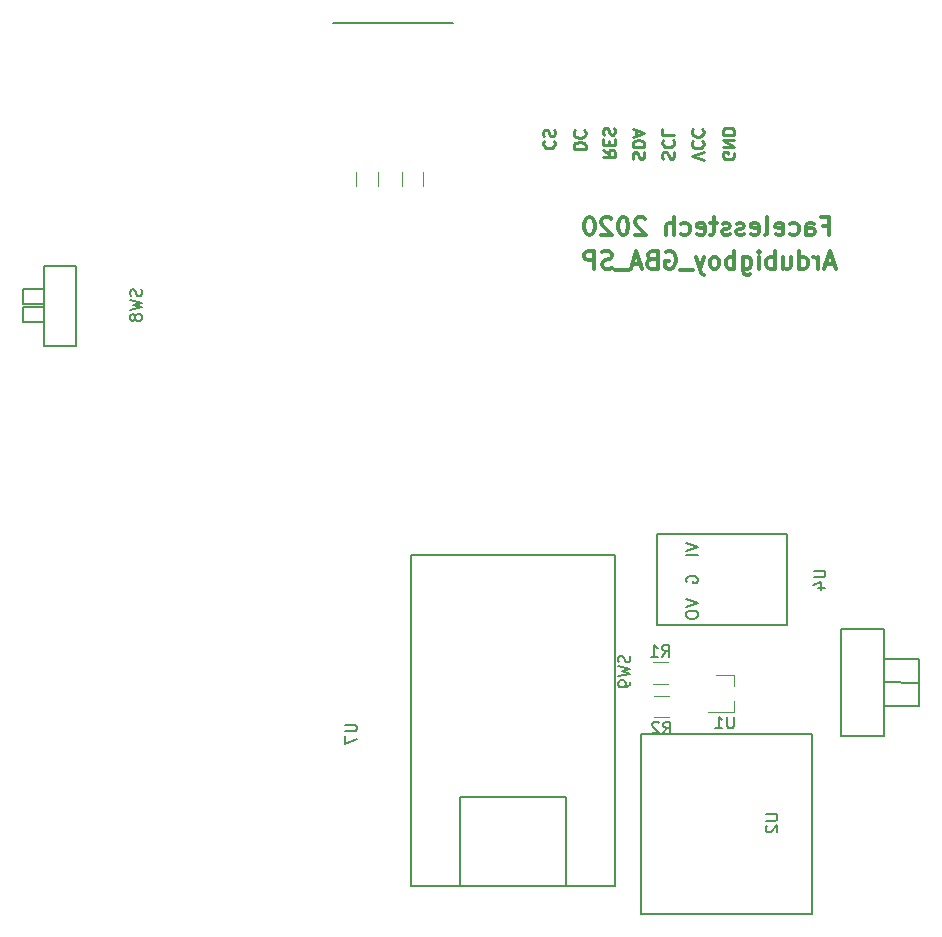
<source format=gbr>
G04 #@! TF.GenerationSoftware,KiCad,Pcbnew,5.0.2+dfsg1-1~bpo9+1*
G04 #@! TF.CreationDate,2021-01-26T10:03:55+00:00*
G04 #@! TF.ProjectId,ardubigboy,61726475-6269-4676-926f-792e6b696361,rev?*
G04 #@! TF.SameCoordinates,Original*
G04 #@! TF.FileFunction,Legend,Bot*
G04 #@! TF.FilePolarity,Positive*
%FSLAX46Y46*%
G04 Gerber Fmt 4.6, Leading zero omitted, Abs format (unit mm)*
G04 Created by KiCad (PCBNEW 5.0.2+dfsg1-1~bpo9+1) date Tue 26 Jan 2021 10:03:55 GMT*
%MOMM*%
%LPD*%
G01*
G04 APERTURE LIST*
%ADD10C,0.250000*%
%ADD11C,0.300000*%
%ADD12C,0.150000*%
%ADD13C,0.120000*%
G04 APERTURE END LIST*
D10*
X114430000Y-58921904D02*
X114477619Y-59017142D01*
X114477619Y-59160000D01*
X114430000Y-59302857D01*
X114334761Y-59398095D01*
X114239523Y-59445714D01*
X114049047Y-59493333D01*
X113906190Y-59493333D01*
X113715714Y-59445714D01*
X113620476Y-59398095D01*
X113525238Y-59302857D01*
X113477619Y-59160000D01*
X113477619Y-59064761D01*
X113525238Y-58921904D01*
X113572857Y-58874285D01*
X113906190Y-58874285D01*
X113906190Y-59064761D01*
X113477619Y-58445714D02*
X114477619Y-58445714D01*
X113477619Y-57874285D01*
X114477619Y-57874285D01*
X113477619Y-57398095D02*
X114477619Y-57398095D01*
X114477619Y-57160000D01*
X114430000Y-57017142D01*
X114334761Y-56921904D01*
X114239523Y-56874285D01*
X114049047Y-56826666D01*
X113906190Y-56826666D01*
X113715714Y-56874285D01*
X113620476Y-56921904D01*
X113525238Y-57017142D01*
X113477619Y-57160000D01*
X113477619Y-57398095D01*
X111867619Y-59523333D02*
X110867619Y-59190000D01*
X111867619Y-58856666D01*
X110962857Y-57951904D02*
X110915238Y-57999523D01*
X110867619Y-58142380D01*
X110867619Y-58237619D01*
X110915238Y-58380476D01*
X111010476Y-58475714D01*
X111105714Y-58523333D01*
X111296190Y-58570952D01*
X111439047Y-58570952D01*
X111629523Y-58523333D01*
X111724761Y-58475714D01*
X111820000Y-58380476D01*
X111867619Y-58237619D01*
X111867619Y-58142380D01*
X111820000Y-57999523D01*
X111772380Y-57951904D01*
X110962857Y-56951904D02*
X110915238Y-56999523D01*
X110867619Y-57142380D01*
X110867619Y-57237619D01*
X110915238Y-57380476D01*
X111010476Y-57475714D01*
X111105714Y-57523333D01*
X111296190Y-57570952D01*
X111439047Y-57570952D01*
X111629523Y-57523333D01*
X111724761Y-57475714D01*
X111820000Y-57380476D01*
X111867619Y-57237619D01*
X111867619Y-57142380D01*
X111820000Y-56999523D01*
X111772380Y-56951904D01*
X108425238Y-59430476D02*
X108377619Y-59287619D01*
X108377619Y-59049523D01*
X108425238Y-58954285D01*
X108472857Y-58906666D01*
X108568095Y-58859047D01*
X108663333Y-58859047D01*
X108758571Y-58906666D01*
X108806190Y-58954285D01*
X108853809Y-59049523D01*
X108901428Y-59240000D01*
X108949047Y-59335238D01*
X108996666Y-59382857D01*
X109091904Y-59430476D01*
X109187142Y-59430476D01*
X109282380Y-59382857D01*
X109330000Y-59335238D01*
X109377619Y-59240000D01*
X109377619Y-59001904D01*
X109330000Y-58859047D01*
X108472857Y-57859047D02*
X108425238Y-57906666D01*
X108377619Y-58049523D01*
X108377619Y-58144761D01*
X108425238Y-58287619D01*
X108520476Y-58382857D01*
X108615714Y-58430476D01*
X108806190Y-58478095D01*
X108949047Y-58478095D01*
X109139523Y-58430476D01*
X109234761Y-58382857D01*
X109330000Y-58287619D01*
X109377619Y-58144761D01*
X109377619Y-58049523D01*
X109330000Y-57906666D01*
X109282380Y-57859047D01*
X108377619Y-56954285D02*
X108377619Y-57430476D01*
X109377619Y-57430476D01*
X105905238Y-59454285D02*
X105857619Y-59311428D01*
X105857619Y-59073333D01*
X105905238Y-58978095D01*
X105952857Y-58930476D01*
X106048095Y-58882857D01*
X106143333Y-58882857D01*
X106238571Y-58930476D01*
X106286190Y-58978095D01*
X106333809Y-59073333D01*
X106381428Y-59263809D01*
X106429047Y-59359047D01*
X106476666Y-59406666D01*
X106571904Y-59454285D01*
X106667142Y-59454285D01*
X106762380Y-59406666D01*
X106810000Y-59359047D01*
X106857619Y-59263809D01*
X106857619Y-59025714D01*
X106810000Y-58882857D01*
X105857619Y-58454285D02*
X106857619Y-58454285D01*
X106857619Y-58216190D01*
X106810000Y-58073333D01*
X106714761Y-57978095D01*
X106619523Y-57930476D01*
X106429047Y-57882857D01*
X106286190Y-57882857D01*
X106095714Y-57930476D01*
X106000476Y-57978095D01*
X105905238Y-58073333D01*
X105857619Y-58216190D01*
X105857619Y-58454285D01*
X106143333Y-57501904D02*
X106143333Y-57025714D01*
X105857619Y-57597142D02*
X106857619Y-57263809D01*
X105857619Y-56930476D01*
X103367619Y-58699047D02*
X103843809Y-59032380D01*
X103367619Y-59270476D02*
X104367619Y-59270476D01*
X104367619Y-58889523D01*
X104320000Y-58794285D01*
X104272380Y-58746666D01*
X104177142Y-58699047D01*
X104034285Y-58699047D01*
X103939047Y-58746666D01*
X103891428Y-58794285D01*
X103843809Y-58889523D01*
X103843809Y-59270476D01*
X103891428Y-58270476D02*
X103891428Y-57937142D01*
X103367619Y-57794285D02*
X103367619Y-58270476D01*
X104367619Y-58270476D01*
X104367619Y-57794285D01*
X103415238Y-57413333D02*
X103367619Y-57270476D01*
X103367619Y-57032380D01*
X103415238Y-56937142D01*
X103462857Y-56889523D01*
X103558095Y-56841904D01*
X103653333Y-56841904D01*
X103748571Y-56889523D01*
X103796190Y-56937142D01*
X103843809Y-57032380D01*
X103891428Y-57222857D01*
X103939047Y-57318095D01*
X103986666Y-57365714D01*
X104081904Y-57413333D01*
X104177142Y-57413333D01*
X104272380Y-57365714D01*
X104320000Y-57318095D01*
X104367619Y-57222857D01*
X104367619Y-56984761D01*
X104320000Y-56841904D01*
X100877619Y-58611904D02*
X101877619Y-58611904D01*
X101877619Y-58373809D01*
X101830000Y-58230952D01*
X101734761Y-58135714D01*
X101639523Y-58088095D01*
X101449047Y-58040476D01*
X101306190Y-58040476D01*
X101115714Y-58088095D01*
X101020476Y-58135714D01*
X100925238Y-58230952D01*
X100877619Y-58373809D01*
X100877619Y-58611904D01*
X100972857Y-57040476D02*
X100925238Y-57088095D01*
X100877619Y-57230952D01*
X100877619Y-57326190D01*
X100925238Y-57469047D01*
X101020476Y-57564285D01*
X101115714Y-57611904D01*
X101306190Y-57659523D01*
X101449047Y-57659523D01*
X101639523Y-57611904D01*
X101734761Y-57564285D01*
X101830000Y-57469047D01*
X101877619Y-57326190D01*
X101877619Y-57230952D01*
X101830000Y-57088095D01*
X101782380Y-57040476D01*
X98382857Y-57936666D02*
X98335238Y-57984285D01*
X98287619Y-58127142D01*
X98287619Y-58222380D01*
X98335238Y-58365238D01*
X98430476Y-58460476D01*
X98525714Y-58508095D01*
X98716190Y-58555714D01*
X98859047Y-58555714D01*
X99049523Y-58508095D01*
X99144761Y-58460476D01*
X99240000Y-58365238D01*
X99287619Y-58222380D01*
X99287619Y-58127142D01*
X99240000Y-57984285D01*
X99192380Y-57936666D01*
X98335238Y-57555714D02*
X98287619Y-57412857D01*
X98287619Y-57174761D01*
X98335238Y-57079523D01*
X98382857Y-57031904D01*
X98478095Y-56984285D01*
X98573333Y-56984285D01*
X98668571Y-57031904D01*
X98716190Y-57079523D01*
X98763809Y-57174761D01*
X98811428Y-57365238D01*
X98859047Y-57460476D01*
X98906666Y-57508095D01*
X99001904Y-57555714D01*
X99097142Y-57555714D01*
X99192380Y-57508095D01*
X99240000Y-57460476D01*
X99287619Y-57365238D01*
X99287619Y-57127142D01*
X99240000Y-56984285D01*
D11*
X122901428Y-68320000D02*
X122187142Y-68320000D01*
X123044285Y-68748571D02*
X122544285Y-67248571D01*
X122044285Y-68748571D01*
X121544285Y-68748571D02*
X121544285Y-67748571D01*
X121544285Y-68034285D02*
X121472857Y-67891428D01*
X121401428Y-67820000D01*
X121258571Y-67748571D01*
X121115714Y-67748571D01*
X119972857Y-68748571D02*
X119972857Y-67248571D01*
X119972857Y-68677142D02*
X120115714Y-68748571D01*
X120401428Y-68748571D01*
X120544285Y-68677142D01*
X120615714Y-68605714D01*
X120687142Y-68462857D01*
X120687142Y-68034285D01*
X120615714Y-67891428D01*
X120544285Y-67820000D01*
X120401428Y-67748571D01*
X120115714Y-67748571D01*
X119972857Y-67820000D01*
X118615714Y-67748571D02*
X118615714Y-68748571D01*
X119258571Y-67748571D02*
X119258571Y-68534285D01*
X119187142Y-68677142D01*
X119044285Y-68748571D01*
X118829999Y-68748571D01*
X118687142Y-68677142D01*
X118615714Y-68605714D01*
X117901428Y-68748571D02*
X117901428Y-67248571D01*
X117901428Y-67820000D02*
X117758571Y-67748571D01*
X117472857Y-67748571D01*
X117329999Y-67820000D01*
X117258571Y-67891428D01*
X117187142Y-68034285D01*
X117187142Y-68462857D01*
X117258571Y-68605714D01*
X117329999Y-68677142D01*
X117472857Y-68748571D01*
X117758571Y-68748571D01*
X117901428Y-68677142D01*
X116544285Y-68748571D02*
X116544285Y-67748571D01*
X116544285Y-67248571D02*
X116615714Y-67320000D01*
X116544285Y-67391428D01*
X116472857Y-67320000D01*
X116544285Y-67248571D01*
X116544285Y-67391428D01*
X115187142Y-67748571D02*
X115187142Y-68962857D01*
X115258571Y-69105714D01*
X115329999Y-69177142D01*
X115472857Y-69248571D01*
X115687142Y-69248571D01*
X115829999Y-69177142D01*
X115187142Y-68677142D02*
X115329999Y-68748571D01*
X115615714Y-68748571D01*
X115758571Y-68677142D01*
X115829999Y-68605714D01*
X115901428Y-68462857D01*
X115901428Y-68034285D01*
X115829999Y-67891428D01*
X115758571Y-67820000D01*
X115615714Y-67748571D01*
X115329999Y-67748571D01*
X115187142Y-67820000D01*
X114472857Y-68748571D02*
X114472857Y-67248571D01*
X114472857Y-67820000D02*
X114329999Y-67748571D01*
X114044285Y-67748571D01*
X113901428Y-67820000D01*
X113829999Y-67891428D01*
X113758571Y-68034285D01*
X113758571Y-68462857D01*
X113829999Y-68605714D01*
X113901428Y-68677142D01*
X114044285Y-68748571D01*
X114329999Y-68748571D01*
X114472857Y-68677142D01*
X112901428Y-68748571D02*
X113044285Y-68677142D01*
X113115714Y-68605714D01*
X113187142Y-68462857D01*
X113187142Y-68034285D01*
X113115714Y-67891428D01*
X113044285Y-67820000D01*
X112901428Y-67748571D01*
X112687142Y-67748571D01*
X112544285Y-67820000D01*
X112472857Y-67891428D01*
X112401428Y-68034285D01*
X112401428Y-68462857D01*
X112472857Y-68605714D01*
X112544285Y-68677142D01*
X112687142Y-68748571D01*
X112901428Y-68748571D01*
X111901428Y-67748571D02*
X111544285Y-68748571D01*
X111187142Y-67748571D02*
X111544285Y-68748571D01*
X111687142Y-69105714D01*
X111758571Y-69177142D01*
X111901428Y-69248571D01*
X110972857Y-68891428D02*
X109829999Y-68891428D01*
X108687142Y-67320000D02*
X108829999Y-67248571D01*
X109044285Y-67248571D01*
X109258571Y-67320000D01*
X109401428Y-67462857D01*
X109472857Y-67605714D01*
X109544285Y-67891428D01*
X109544285Y-68105714D01*
X109472857Y-68391428D01*
X109401428Y-68534285D01*
X109258571Y-68677142D01*
X109044285Y-68748571D01*
X108901428Y-68748571D01*
X108687142Y-68677142D01*
X108615714Y-68605714D01*
X108615714Y-68105714D01*
X108901428Y-68105714D01*
X107472857Y-67962857D02*
X107258571Y-68034285D01*
X107187142Y-68105714D01*
X107115714Y-68248571D01*
X107115714Y-68462857D01*
X107187142Y-68605714D01*
X107258571Y-68677142D01*
X107401428Y-68748571D01*
X107972857Y-68748571D01*
X107972857Y-67248571D01*
X107472857Y-67248571D01*
X107329999Y-67320000D01*
X107258571Y-67391428D01*
X107187142Y-67534285D01*
X107187142Y-67677142D01*
X107258571Y-67820000D01*
X107329999Y-67891428D01*
X107472857Y-67962857D01*
X107972857Y-67962857D01*
X106544285Y-68320000D02*
X105829999Y-68320000D01*
X106687142Y-68748571D02*
X106187142Y-67248571D01*
X105687142Y-68748571D01*
X105544285Y-68891428D02*
X104401428Y-68891428D01*
X104115714Y-68677142D02*
X103901428Y-68748571D01*
X103544285Y-68748571D01*
X103401428Y-68677142D01*
X103329999Y-68605714D01*
X103258571Y-68462857D01*
X103258571Y-68320000D01*
X103329999Y-68177142D01*
X103401428Y-68105714D01*
X103544285Y-68034285D01*
X103829999Y-67962857D01*
X103972857Y-67891428D01*
X104044285Y-67820000D01*
X104115714Y-67677142D01*
X104115714Y-67534285D01*
X104044285Y-67391428D01*
X103972857Y-67320000D01*
X103829999Y-67248571D01*
X103472857Y-67248571D01*
X103258571Y-67320000D01*
X102615714Y-68748571D02*
X102615714Y-67248571D01*
X102044285Y-67248571D01*
X101901428Y-67320000D01*
X101829999Y-67391428D01*
X101758571Y-67534285D01*
X101758571Y-67748571D01*
X101829999Y-67891428D01*
X101901428Y-67962857D01*
X102044285Y-68034285D01*
X102615714Y-68034285D01*
X121991428Y-65102857D02*
X122491428Y-65102857D01*
X122491428Y-65888571D02*
X122491428Y-64388571D01*
X121777142Y-64388571D01*
X120562857Y-65888571D02*
X120562857Y-65102857D01*
X120634285Y-64960000D01*
X120777142Y-64888571D01*
X121062857Y-64888571D01*
X121205714Y-64960000D01*
X120562857Y-65817142D02*
X120705714Y-65888571D01*
X121062857Y-65888571D01*
X121205714Y-65817142D01*
X121277142Y-65674285D01*
X121277142Y-65531428D01*
X121205714Y-65388571D01*
X121062857Y-65317142D01*
X120705714Y-65317142D01*
X120562857Y-65245714D01*
X119205714Y-65817142D02*
X119348571Y-65888571D01*
X119634285Y-65888571D01*
X119777142Y-65817142D01*
X119848571Y-65745714D01*
X119919999Y-65602857D01*
X119919999Y-65174285D01*
X119848571Y-65031428D01*
X119777142Y-64960000D01*
X119634285Y-64888571D01*
X119348571Y-64888571D01*
X119205714Y-64960000D01*
X117991428Y-65817142D02*
X118134285Y-65888571D01*
X118419999Y-65888571D01*
X118562857Y-65817142D01*
X118634285Y-65674285D01*
X118634285Y-65102857D01*
X118562857Y-64960000D01*
X118419999Y-64888571D01*
X118134285Y-64888571D01*
X117991428Y-64960000D01*
X117919999Y-65102857D01*
X117919999Y-65245714D01*
X118634285Y-65388571D01*
X117062857Y-65888571D02*
X117205714Y-65817142D01*
X117277142Y-65674285D01*
X117277142Y-64388571D01*
X115919999Y-65817142D02*
X116062857Y-65888571D01*
X116348571Y-65888571D01*
X116491428Y-65817142D01*
X116562857Y-65674285D01*
X116562857Y-65102857D01*
X116491428Y-64960000D01*
X116348571Y-64888571D01*
X116062857Y-64888571D01*
X115919999Y-64960000D01*
X115848571Y-65102857D01*
X115848571Y-65245714D01*
X116562857Y-65388571D01*
X115277142Y-65817142D02*
X115134285Y-65888571D01*
X114848571Y-65888571D01*
X114705714Y-65817142D01*
X114634285Y-65674285D01*
X114634285Y-65602857D01*
X114705714Y-65460000D01*
X114848571Y-65388571D01*
X115062857Y-65388571D01*
X115205714Y-65317142D01*
X115277142Y-65174285D01*
X115277142Y-65102857D01*
X115205714Y-64960000D01*
X115062857Y-64888571D01*
X114848571Y-64888571D01*
X114705714Y-64960000D01*
X114062857Y-65817142D02*
X113919999Y-65888571D01*
X113634285Y-65888571D01*
X113491428Y-65817142D01*
X113419999Y-65674285D01*
X113419999Y-65602857D01*
X113491428Y-65460000D01*
X113634285Y-65388571D01*
X113848571Y-65388571D01*
X113991428Y-65317142D01*
X114062857Y-65174285D01*
X114062857Y-65102857D01*
X113991428Y-64960000D01*
X113848571Y-64888571D01*
X113634285Y-64888571D01*
X113491428Y-64960000D01*
X112991428Y-64888571D02*
X112419999Y-64888571D01*
X112777142Y-64388571D02*
X112777142Y-65674285D01*
X112705714Y-65817142D01*
X112562857Y-65888571D01*
X112419999Y-65888571D01*
X111348571Y-65817142D02*
X111491428Y-65888571D01*
X111777142Y-65888571D01*
X111919999Y-65817142D01*
X111991428Y-65674285D01*
X111991428Y-65102857D01*
X111919999Y-64960000D01*
X111777142Y-64888571D01*
X111491428Y-64888571D01*
X111348571Y-64960000D01*
X111277142Y-65102857D01*
X111277142Y-65245714D01*
X111991428Y-65388571D01*
X109991428Y-65817142D02*
X110134285Y-65888571D01*
X110419999Y-65888571D01*
X110562857Y-65817142D01*
X110634285Y-65745714D01*
X110705714Y-65602857D01*
X110705714Y-65174285D01*
X110634285Y-65031428D01*
X110562857Y-64960000D01*
X110419999Y-64888571D01*
X110134285Y-64888571D01*
X109991428Y-64960000D01*
X109348571Y-65888571D02*
X109348571Y-64388571D01*
X108705714Y-65888571D02*
X108705714Y-65102857D01*
X108777142Y-64960000D01*
X108919999Y-64888571D01*
X109134285Y-64888571D01*
X109277142Y-64960000D01*
X109348571Y-65031428D01*
X106919999Y-64531428D02*
X106848571Y-64460000D01*
X106705714Y-64388571D01*
X106348571Y-64388571D01*
X106205714Y-64460000D01*
X106134285Y-64531428D01*
X106062857Y-64674285D01*
X106062857Y-64817142D01*
X106134285Y-65031428D01*
X106991428Y-65888571D01*
X106062857Y-65888571D01*
X105134285Y-64388571D02*
X104991428Y-64388571D01*
X104848571Y-64460000D01*
X104777142Y-64531428D01*
X104705714Y-64674285D01*
X104634285Y-64960000D01*
X104634285Y-65317142D01*
X104705714Y-65602857D01*
X104777142Y-65745714D01*
X104848571Y-65817142D01*
X104991428Y-65888571D01*
X105134285Y-65888571D01*
X105277142Y-65817142D01*
X105348571Y-65745714D01*
X105419999Y-65602857D01*
X105491428Y-65317142D01*
X105491428Y-64960000D01*
X105419999Y-64674285D01*
X105348571Y-64531428D01*
X105277142Y-64460000D01*
X105134285Y-64388571D01*
X104062857Y-64531428D02*
X103991428Y-64460000D01*
X103848571Y-64388571D01*
X103491428Y-64388571D01*
X103348571Y-64460000D01*
X103277142Y-64531428D01*
X103205714Y-64674285D01*
X103205714Y-64817142D01*
X103277142Y-65031428D01*
X104134285Y-65888571D01*
X103205714Y-65888571D01*
X102277142Y-64388571D02*
X102134285Y-64388571D01*
X101991428Y-64460000D01*
X101919999Y-64531428D01*
X101848571Y-64674285D01*
X101777142Y-64960000D01*
X101777142Y-65317142D01*
X101848571Y-65602857D01*
X101919999Y-65745714D01*
X101991428Y-65817142D01*
X102134285Y-65888571D01*
X102277142Y-65888571D01*
X102419999Y-65817142D01*
X102491428Y-65745714D01*
X102562857Y-65602857D01*
X102634285Y-65317142D01*
X102634285Y-64960000D01*
X102562857Y-64674285D01*
X102491428Y-64531428D01*
X102419999Y-64460000D01*
X102277142Y-64388571D01*
D12*
G04 #@! TO.C,U13*
X90610000Y-47959200D02*
X80450000Y-47959200D01*
G04 #@! TO.C,U2*
X121010000Y-108132700D02*
X121010000Y-123372700D01*
X121010000Y-123372700D02*
X106608200Y-123372700D01*
X106608200Y-123372700D02*
X106608200Y-108132700D01*
X106608200Y-108132700D02*
X121010000Y-108132700D01*
G04 #@! TO.C,U4*
X107930000Y-98885080D02*
X118933280Y-98885080D01*
X107930000Y-98880000D02*
X107930000Y-91260000D01*
X107924920Y-91254920D02*
X118928200Y-91254920D01*
X118933280Y-98890160D02*
X118933280Y-91270160D01*
D13*
G04 #@! TO.C,R1*
X108814564Y-102060000D02*
X107610436Y-102060000D01*
X108814564Y-103880000D02*
X107610436Y-103880000D01*
G04 #@! TO.C,R2*
X107700436Y-104920000D02*
X108904564Y-104920000D01*
X107700436Y-106740000D02*
X108904564Y-106740000D01*
D12*
G04 #@! TO.C,U7*
X104327900Y-121016900D02*
X87132100Y-121016900D01*
X87132100Y-121016900D02*
X87132100Y-93013400D01*
X104327900Y-121016900D02*
X104327900Y-93013400D01*
X104327900Y-93013400D02*
X87132100Y-93013400D01*
X100238500Y-121016900D02*
X100238500Y-113511200D01*
X100238500Y-113511200D02*
X91221500Y-113511200D01*
X91221500Y-113511200D02*
X91221500Y-121016900D01*
G04 #@! TO.C,SW9*
X127112160Y-108290880D02*
X123500280Y-108290880D01*
X123500280Y-108290880D02*
X123510440Y-108290880D01*
X127122320Y-99289120D02*
X123510440Y-99289120D01*
X123510440Y-99289120D02*
X123510440Y-108295960D01*
X127122320Y-99289120D02*
X127122320Y-108295960D01*
X127112160Y-105786440D02*
X130114440Y-105791520D01*
X127132480Y-101793560D02*
X130134760Y-101798640D01*
X130129680Y-101798640D02*
X130129680Y-105786440D01*
X127127400Y-103784920D02*
X130129680Y-103790000D01*
D13*
G04 #@! TO.C,U1*
X114420000Y-103140000D02*
X114420000Y-104070000D01*
X114420000Y-106300000D02*
X114420000Y-105370000D01*
X114420000Y-106300000D02*
X112260000Y-106300000D01*
X114420000Y-103140000D02*
X112960000Y-103140000D01*
G04 #@! TO.C,R3*
X88120000Y-60567936D02*
X88120000Y-61772064D01*
X86300000Y-60567936D02*
X86300000Y-61772064D01*
G04 #@! TO.C,R4*
X82470000Y-60567936D02*
X82470000Y-61772064D01*
X84290000Y-60567936D02*
X84290000Y-61772064D01*
D12*
G04 #@! TO.C,SW8*
X58770000Y-75294100D02*
X58770000Y-68486900D01*
X58770000Y-68486900D02*
X56014100Y-68486900D01*
X58770000Y-75294100D02*
X56014100Y-75294100D01*
X56014100Y-75294100D02*
X56014100Y-68486900D01*
X56001400Y-71750800D02*
X54286900Y-71750800D01*
X54274200Y-71750800D02*
X54274200Y-70442700D01*
X54274200Y-70442700D02*
X56001400Y-70442700D01*
X56014100Y-71992100D02*
X54274200Y-71992100D01*
X54274200Y-71992100D02*
X54274200Y-73300200D01*
X54274200Y-73300200D02*
X56014100Y-73300200D01*
G04 #@! TO.C,U2*
X117122280Y-114914595D02*
X117931804Y-114914595D01*
X118027042Y-114962214D01*
X118074661Y-115009833D01*
X118122280Y-115105071D01*
X118122280Y-115295547D01*
X118074661Y-115390785D01*
X118027042Y-115438404D01*
X117931804Y-115486023D01*
X117122280Y-115486023D01*
X117217519Y-115914595D02*
X117169900Y-115962214D01*
X117122280Y-116057452D01*
X117122280Y-116295547D01*
X117169900Y-116390785D01*
X117217519Y-116438404D01*
X117312757Y-116486023D01*
X117407995Y-116486023D01*
X117550852Y-116438404D01*
X118122280Y-115866976D01*
X118122280Y-116486023D01*
G04 #@! TO.C,U4*
X121184740Y-94308095D02*
X121994264Y-94308095D01*
X122089502Y-94355714D01*
X122137121Y-94403333D01*
X122184740Y-94498571D01*
X122184740Y-94689047D01*
X122137121Y-94784285D01*
X122089502Y-94831904D01*
X121994264Y-94879523D01*
X121184740Y-94879523D01*
X121518074Y-95784285D02*
X122184740Y-95784285D01*
X121137121Y-95546190D02*
X121851407Y-95308095D01*
X121851407Y-95927142D01*
X110374500Y-92009371D02*
X111374500Y-92342704D01*
X110374500Y-92676038D01*
X111374500Y-93009371D02*
X110374500Y-93009371D01*
X110374500Y-96752857D02*
X111374500Y-97086190D01*
X110374500Y-97419523D01*
X110374500Y-97943333D02*
X110374500Y-98133809D01*
X110422120Y-98229047D01*
X110517358Y-98324285D01*
X110707834Y-98371904D01*
X111041167Y-98371904D01*
X111231643Y-98324285D01*
X111326881Y-98229047D01*
X111374500Y-98133809D01*
X111374500Y-97943333D01*
X111326881Y-97848095D01*
X111231643Y-97752857D01*
X111041167Y-97705238D01*
X110707834Y-97705238D01*
X110517358Y-97752857D01*
X110422120Y-97848095D01*
X110374500Y-97943333D01*
X110422120Y-95306504D02*
X110374500Y-95211266D01*
X110374500Y-95068409D01*
X110422120Y-94925552D01*
X110517358Y-94830314D01*
X110612596Y-94782695D01*
X110803072Y-94735076D01*
X110945929Y-94735076D01*
X111136405Y-94782695D01*
X111231643Y-94830314D01*
X111326881Y-94925552D01*
X111374500Y-95068409D01*
X111374500Y-95163647D01*
X111326881Y-95306504D01*
X111279262Y-95354123D01*
X110945929Y-95354123D01*
X110945929Y-95163647D01*
G04 #@! TO.C,R1*
X108379166Y-101602380D02*
X108712500Y-101126190D01*
X108950595Y-101602380D02*
X108950595Y-100602380D01*
X108569642Y-100602380D01*
X108474404Y-100650000D01*
X108426785Y-100697619D01*
X108379166Y-100792857D01*
X108379166Y-100935714D01*
X108426785Y-101030952D01*
X108474404Y-101078571D01*
X108569642Y-101126190D01*
X108950595Y-101126190D01*
X107426785Y-101602380D02*
X107998214Y-101602380D01*
X107712500Y-101602380D02*
X107712500Y-100602380D01*
X107807738Y-100745238D01*
X107902976Y-100840476D01*
X107998214Y-100888095D01*
G04 #@! TO.C,R2*
X108469166Y-108102380D02*
X108802500Y-107626190D01*
X109040595Y-108102380D02*
X109040595Y-107102380D01*
X108659642Y-107102380D01*
X108564404Y-107150000D01*
X108516785Y-107197619D01*
X108469166Y-107292857D01*
X108469166Y-107435714D01*
X108516785Y-107530952D01*
X108564404Y-107578571D01*
X108659642Y-107626190D01*
X109040595Y-107626190D01*
X108088214Y-107197619D02*
X108040595Y-107150000D01*
X107945357Y-107102380D01*
X107707261Y-107102380D01*
X107612023Y-107150000D01*
X107564404Y-107197619D01*
X107516785Y-107292857D01*
X107516785Y-107388095D01*
X107564404Y-107530952D01*
X108135833Y-108102380D01*
X107516785Y-108102380D01*
G04 #@! TO.C,U7*
X81517180Y-107351795D02*
X82326704Y-107351795D01*
X82421942Y-107399414D01*
X82469561Y-107447033D01*
X82517180Y-107542271D01*
X82517180Y-107732747D01*
X82469561Y-107827985D01*
X82421942Y-107875604D01*
X82326704Y-107923223D01*
X81517180Y-107923223D01*
X81517180Y-108304176D02*
X81517180Y-108970842D01*
X82517180Y-108542271D01*
G04 #@! TO.C,SW9*
X105601801Y-101516866D02*
X105649420Y-101659723D01*
X105649420Y-101897819D01*
X105601801Y-101993057D01*
X105554182Y-102040676D01*
X105458944Y-102088295D01*
X105363706Y-102088295D01*
X105268468Y-102040676D01*
X105220849Y-101993057D01*
X105173230Y-101897819D01*
X105125611Y-101707342D01*
X105077992Y-101612104D01*
X105030373Y-101564485D01*
X104935135Y-101516866D01*
X104839897Y-101516866D01*
X104744659Y-101564485D01*
X104697040Y-101612104D01*
X104649420Y-101707342D01*
X104649420Y-101945438D01*
X104697040Y-102088295D01*
X104649420Y-102421628D02*
X105649420Y-102659723D01*
X104935135Y-102850200D01*
X105649420Y-103040676D01*
X104649420Y-103278771D01*
X105649420Y-103707342D02*
X105649420Y-103897819D01*
X105601801Y-103993057D01*
X105554182Y-104040676D01*
X105411325Y-104135914D01*
X105220849Y-104183533D01*
X104839897Y-104183533D01*
X104744659Y-104135914D01*
X104697040Y-104088295D01*
X104649420Y-103993057D01*
X104649420Y-103802580D01*
X104697040Y-103707342D01*
X104744659Y-103659723D01*
X104839897Y-103612104D01*
X105077992Y-103612104D01*
X105173230Y-103659723D01*
X105220849Y-103707342D01*
X105268468Y-103802580D01*
X105268468Y-103993057D01*
X105220849Y-104088295D01*
X105173230Y-104135914D01*
X105077992Y-104183533D01*
G04 #@! TO.C,U1*
X114421904Y-106672380D02*
X114421904Y-107481904D01*
X114374285Y-107577142D01*
X114326666Y-107624761D01*
X114231428Y-107672380D01*
X114040952Y-107672380D01*
X113945714Y-107624761D01*
X113898095Y-107577142D01*
X113850476Y-107481904D01*
X113850476Y-106672380D01*
X112850476Y-107672380D02*
X113421904Y-107672380D01*
X113136190Y-107672380D02*
X113136190Y-106672380D01*
X113231428Y-106815238D01*
X113326666Y-106910476D01*
X113421904Y-106958095D01*
G04 #@! TO.C,SW8*
X64254761Y-70506366D02*
X64302380Y-70649223D01*
X64302380Y-70887319D01*
X64254761Y-70982557D01*
X64207142Y-71030176D01*
X64111904Y-71077795D01*
X64016666Y-71077795D01*
X63921428Y-71030176D01*
X63873809Y-70982557D01*
X63826190Y-70887319D01*
X63778571Y-70696842D01*
X63730952Y-70601604D01*
X63683333Y-70553985D01*
X63588095Y-70506366D01*
X63492857Y-70506366D01*
X63397619Y-70553985D01*
X63350000Y-70601604D01*
X63302380Y-70696842D01*
X63302380Y-70934938D01*
X63350000Y-71077795D01*
X63302380Y-71411128D02*
X64302380Y-71649223D01*
X63588095Y-71839700D01*
X64302380Y-72030176D01*
X63302380Y-72268271D01*
X63730952Y-72792080D02*
X63683333Y-72696842D01*
X63635714Y-72649223D01*
X63540476Y-72601604D01*
X63492857Y-72601604D01*
X63397619Y-72649223D01*
X63350000Y-72696842D01*
X63302380Y-72792080D01*
X63302380Y-72982557D01*
X63350000Y-73077795D01*
X63397619Y-73125414D01*
X63492857Y-73173033D01*
X63540476Y-73173033D01*
X63635714Y-73125414D01*
X63683333Y-73077795D01*
X63730952Y-72982557D01*
X63730952Y-72792080D01*
X63778571Y-72696842D01*
X63826190Y-72649223D01*
X63921428Y-72601604D01*
X64111904Y-72601604D01*
X64207142Y-72649223D01*
X64254761Y-72696842D01*
X64302380Y-72792080D01*
X64302380Y-72982557D01*
X64254761Y-73077795D01*
X64207142Y-73125414D01*
X64111904Y-73173033D01*
X63921428Y-73173033D01*
X63826190Y-73125414D01*
X63778571Y-73077795D01*
X63730952Y-72982557D01*
G04 #@! TD*
M02*

</source>
